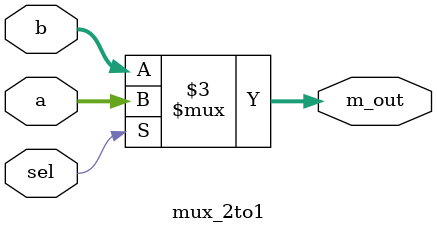
<source format=sv>

module mux_2to1#(
parameter width= 32)
(
    input  logic [width-1:0] a,
    input  logic [width-1:0] b,
    input  logic             sel,
    output logic [width-1:0] m_out
);

    // Combinational logic for 2-to-1 MUX
    always_comb begin
        if (sel) begin
            m_out = a;               // Select a when sel=1
        end else begin
            m_out = b;               // Select b when sel=0
        end
    end

endmodule


</source>
